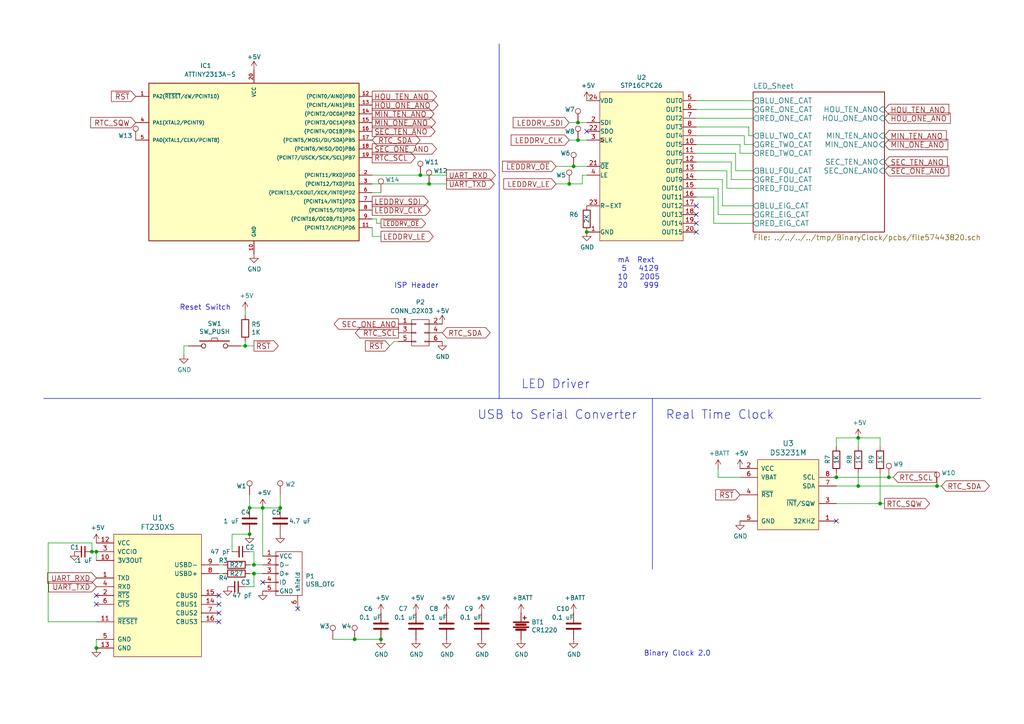
<source format=kicad_sch>
(kicad_sch (version 20230121) (generator eeschema)
  (paper "A4")
  (lib_symbols
    (symbol "BinaryClock-rescue:+5V" (power) (pin_names (offset 0))
      (property "Value" "+5V" (at 0 3.556 0))
      (symbol "+5V_0_1"
        (polyline (pts (xy -0.762 1.27) (xy 0 2.54)))
        (polyline (pts (xy 0 0) (xy 0 2.54)))
        (polyline (pts (xy 0 2.54) (xy 0.762 1.27)))
      )
      (symbol "+5V_1_1"
        (pin power_in line (at 0 0 90) (length 0) hide (name "+5V") (number "1"))
      )
    )
    (symbol "BinaryClock-rescue:+BATT" (power) (pin_names (offset 0))
      (property "Value" "+BATT" (at 0 3.556 0))
      (symbol "+BATT_0_1"
        (polyline (pts (xy -0.762 1.27) (xy 0 2.54)))
        (polyline (pts (xy 0 0) (xy 0 2.54)))
        (polyline (pts (xy 0 2.54) (xy 0.762 1.27)))
      )
      (symbol "+BATT_1_1"
        (pin power_in line (at 0 0 90) (length 0) hide (name "+BATT") (number "1"))
      )
    )
    (symbol "BinaryClock-rescue:ATTINY2313A-S" (pin_names (offset 1.016))
      (property "Reference" "IC" (at -29.21 25.4 0))
      (property "Value" "ATTINY2313A-S" (at 24.13 -22.86 0))
      (property "Footprint" "SO20" (at 0 0 0))
      (symbol "ATTINY2313A-S_0_1"
        (rectangle (start 30.48 -21.59) (end -30.48 24.13) (stroke (width 0.254)) (fill (type background)))
      )
      (symbol "ATTINY2313A-S_1_1"
        (pin input line (at -34.29 20.32 0) (length 3.81) (name "PA2(~{RESET}/dW/PCINT10)") (number "1"))
        (pin power_out line (at 0 -25.4 90) (length 3.81) (name "GND") (number "10"))
        (pin bidirectional line (at 34.29 -17.78 180) (length 3.81) (name "(PCINT17/ICPI)PD6") (number "11"))
        (pin bidirectional line (at 34.29 20.32 180) (length 3.81) (name "(PCINT0/AIN0)PB0") (number "12"))
        (pin bidirectional line (at 34.29 17.78 180) (length 3.81) (name "(PCINT1/AIN1)PB1") (number "13"))
        (pin bidirectional line (at 34.29 15.24 180) (length 3.81) (name "(PCINT2/OC0A)PB2") (number "14"))
        (pin bidirectional line (at 34.29 12.7 180) (length 3.81) (name "(PCINT3/OC1A)PB3") (number "15"))
        (pin bidirectional line (at 34.29 10.16 180) (length 3.81) (name "(PCINT4/OC1B)PB4") (number "16"))
        (pin bidirectional line (at 34.29 7.62 180) (length 3.81) (name "(PCINT5/MOSI/DI/SDA)PB5") (number "17"))
        (pin bidirectional line (at 34.29 5.08 180) (length 3.81) (name "(PCINT6/MISO/DO)PB6") (number "18"))
        (pin bidirectional line (at 34.29 2.54 180) (length 3.81) (name "(PCINT7/USCK/SCK/SCL)PB7") (number "19"))
        (pin bidirectional line (at 34.29 -2.54 180) (length 3.81) (name "(PCINT11/RXD)PD0") (number "2"))
        (pin power_in line (at 0 27.94 270) (length 3.81) (name "VCC") (number "20"))
        (pin bidirectional line (at 34.29 -5.08 180) (length 3.81) (name "(PCINT12/TXD)PD1") (number "3"))
        (pin input line (at -34.29 12.7 0) (length 3.81) (name "PA1(XTAL2/PCINT9)") (number "4"))
        (pin input line (at -34.29 7.62 0) (length 3.81) (name "PA0(XTAL1/CLKI/PCINT8)") (number "5"))
        (pin bidirectional line (at 34.29 -7.62 180) (length 3.81) (name "(PCINT13/CKOUT/XCK/INT0)PD2") (number "6"))
        (pin bidirectional line (at 34.29 -10.16 180) (length 3.81) (name "(PCINT14/INT1)PD3") (number "7"))
        (pin bidirectional line (at 34.29 -12.7 180) (length 3.81) (name "(PCINT15/T0)PD4") (number "8"))
        (pin bidirectional line (at 34.29 -15.24 180) (length 3.81) (name "(PCINT16/OC0B/T1)PD5") (number "9"))
      )
    )
    (symbol "BinaryClock-rescue:Battery" (pin_numbers hide) (pin_names (offset 0))
      (property "Reference" "BT" (at 2.54 1.27 0))
      (property "Value" "Battery" (at 2.54 -1.27 0))
      (symbol "Battery_0_1"
        (rectangle (start -2.286 -0.1778) (end 2.286 -0.4318) (fill (type outline)))
        (rectangle (start -2.286 1.27) (end 2.286 1.016) (fill (type outline)))
        (rectangle (start -1.5748 -0.762) (end 1.4732 -1.27) (fill (type outline)))
        (rectangle (start -1.5748 0.6858) (end 1.4732 0.1778) (fill (type outline)))
        (polyline (pts (xy 0.508 2.413) (xy 1.524 2.413)) (stroke (width 0.254)))
        (polyline (pts (xy 1.016 2.921) (xy 1.016 1.905)) (stroke (width 0.254)))
      )
      (symbol "Battery_1_1"
        (pin passive line (at 0 3.81 270) (length 2.54) (name "~") (number "1"))
        (pin passive line (at 0 -3.81 90) (length 2.54) (name "~") (number "2"))
      )
    )
    (symbol "BinaryClock-rescue:C" (pin_numbers hide) (pin_names (offset 0.254))
      (property "Reference" "C" (at 0.635 2.54 0))
      (property "Value" "C" (at 0.635 -2.54 0))
      (symbol "C_0_1"
        (polyline (pts (xy -2.032 -0.762) (xy 2.032 -0.762)) (stroke (width 0.508)))
        (polyline (pts (xy -2.032 0.762) (xy 2.032 0.762)) (stroke (width 0.508)))
      )
      (symbol "C_1_1"
        (pin passive line (at 0 3.81 270) (length 2.794) (name "~") (number "1"))
        (pin passive line (at 0 -3.81 90) (length 2.794) (name "~") (number "2"))
      )
    )
    (symbol "BinaryClock-rescue:CONN_02X03" (pin_names (offset 0.0254) hide)
      (property "Reference" "P" (at 0 5.08 0))
      (property "Value" "CONN_02X03" (at 0 -5.08 0))
      (symbol "CONN_02X03_0_1"
        (rectangle (start -2.54 -2.413) (end -1.27 -2.667))
        (rectangle (start -2.54 0.127) (end -1.27 -0.127))
        (rectangle (start -2.54 2.667) (end -1.27 2.413))
        (rectangle (start -2.54 3.81) (end 2.54 -3.81))
        (rectangle (start 1.27 -2.413) (end 2.54 -2.667))
        (rectangle (start 1.27 0.127) (end 2.54 -0.127))
        (rectangle (start 1.27 2.667) (end 2.54 2.413))
      )
      (symbol "CONN_02X03_1_1"
        (pin passive line (at -6.35 2.54 0) (length 3.81) (name "P1") (number "1"))
        (pin passive line (at 6.35 2.54 180) (length 3.81) (name "P2") (number "2"))
        (pin passive line (at -6.35 0 0) (length 3.81) (name "P3") (number "3"))
        (pin passive line (at 6.35 0 180) (length 3.81) (name "P4") (number "4"))
        (pin passive line (at -6.35 -2.54 0) (length 3.81) (name "P5") (number "5"))
        (pin passive line (at 6.35 -2.54 180) (length 3.81) (name "P6") (number "6"))
      )
    )
    (symbol "BinaryClock-rescue:C_Small" (pin_numbers hide) (pin_names (offset 0.254) hide)
      (property "Reference" "C" (at 0.254 1.778 0))
      (property "Value" "C_Small" (at 0.254 -2.032 0))
      (symbol "C_Small_0_1"
        (polyline (pts (xy -1.524 -0.508) (xy 1.524 -0.508)) (stroke (width 0.3302)))
        (polyline (pts (xy -1.524 0.508) (xy 1.524 0.508)) (stroke (width 0.3048)))
      )
      (symbol "C_Small_1_1"
        (pin passive line (at 0 2.54 270) (length 1.905) (name "~") (number "1"))
        (pin passive line (at 0 -2.54 90) (length 2.032) (name "~") (number "2"))
      )
    )
    (symbol "BinaryClock-rescue:DS3231M" (pin_names (offset 1.016))
      (property "Reference" "U" (at -3.81 13.97 0))
      (property "Value" "DS3231M" (at 0 11.43 0))
      (symbol "DS3231M_0_1"
        (rectangle (start -8.89 10.16) (end 8.89 -10.16) (fill (type background)))
      )
      (symbol "DS3231M_1_1"
        (pin output line (at 13.97 -7.62 180) (length 5.08) (name "32KHZ") (number "1"))
        (pin input line (at -13.97 7.62 0) (length 5.08) (name "VCC") (number "2"))
        (pin output line (at 13.97 -2.54 180) (length 5.08) (name "~{INT}/SQW") (number "3"))
        (pin input line (at -13.97 0 0) (length 5.08) (name "~{RST}") (number "4"))
        (pin input line (at -13.97 -7.62 0) (length 5.08) (name "GND") (number "5"))
        (pin input line (at -13.97 5.08 0) (length 5.08) (name "VBAT") (number "6"))
        (pin bidirectional line (at 13.97 2.54 180) (length 5.08) (name "SDA") (number "7"))
        (pin input line (at 13.97 5.08 180) (length 5.08) (name "SCL") (number "8"))
      )
    )
    (symbol "BinaryClock-rescue:FT230XS" (pin_names (offset 1.016))
      (property "Reference" "U" (at -3.81 22.86 0))
      (property "Value" "FT230XS" (at 0 20.32 0))
      (symbol "FT230XS_0_1"
        (rectangle (start -12.7 17.78) (end 12.7 -17.78) (fill (type background)))
      )
      (symbol "FT230XS_1_1"
        (pin input line (at -17.78 5.08 0) (length 5.08) (name "TXD") (number "1"))
        (pin input line (at -17.78 10.16 0) (length 5.08) (name "3V3OUT") (number "10"))
        (pin input line (at -17.78 -7.62 0) (length 5.08) (name "~{RESET}") (number "11"))
        (pin input line (at -17.78 15.24 0) (length 5.08) (name "VCC") (number "12"))
        (pin input line (at -17.78 -15.24 0) (length 5.08) (name "GND") (number "13"))
        (pin output line (at 17.78 -2.54 180) (length 5.08) (name "CBUS1") (number "14"))
        (pin output line (at 17.78 0 180) (length 5.08) (name "CBUS0") (number "15"))
        (pin output line (at 17.78 -7.62 180) (length 5.08) (name "CBUS3") (number "16"))
        (pin input line (at -17.78 0 0) (length 5.08) (name "~{RTS}") (number "2"))
        (pin input line (at -17.78 12.7 0) (length 5.08) (name "VCCIO") (number "3"))
        (pin input line (at -17.78 2.54 0) (length 5.08) (name "RXD") (number "4"))
        (pin input line (at -17.78 -12.7 0) (length 5.08) (name "GND") (number "5"))
        (pin input line (at -17.78 -2.54 0) (length 5.08) (name "~{CTS}") (number "6"))
        (pin output line (at 17.78 -5.08 180) (length 5.08) (name "CBUS2") (number "7"))
        (pin output line (at 17.78 6.35 180) (length 5.08) (name "USBD+") (number "8"))
        (pin output line (at 17.78 8.89 180) (length 5.08) (name "USBD-") (number "9"))
      )
    )
    (symbol "BinaryClock-rescue:GND" (power) (pin_names (offset 0))
      (property "Value" "GND" (at 0 -3.81 0))
      (symbol "GND_0_1"
        (polyline (pts (xy 0 0) (xy 0 -1.27) (xy 1.27 -1.27) (xy 0 -2.54) (xy -1.27 -1.27) (xy 0 -1.27)))
      )
      (symbol "GND_1_1"
        (pin power_in line (at 0 0 270) (length 0) hide (name "GND") (number "1"))
      )
    )
    (symbol "BinaryClock-rescue:R" (pin_numbers hide) (pin_names (offset 0))
      (property "Reference" "R" (at 2.032 0 90))
      (property "Value" "R" (at 0 0 90))
      (symbol "R_0_1"
        (rectangle (start -1.016 -2.54) (end 1.016 2.54) (stroke (width 0.254)))
      )
      (symbol "R_1_1"
        (pin passive line (at 0 3.81 270) (length 1.27) (name "~") (number "1"))
        (pin passive line (at 0 -3.81 90) (length 1.27) (name "~") (number "2"))
      )
    )
    (symbol "BinaryClock-rescue:STP16CPC26" (pin_names (offset 0.0254))
      (property "Reference" "U" (at -8.89 29.21 0))
      (property "Value" "STP16CPC26" (at 0 26.67 0))
      (symbol "STP16CPC26_0_1"
        (rectangle (start -12.7 25.4) (end 11.43 -17.78) (fill (type background)))
      )
      (symbol "STP16CPC26_1_1"
        (pin input line (at -16.51 -15.24 0) (length 3.81) (name "GND") (number "1"))
        (pin output line (at 15.24 10.16 180) (length 3.81) (name "OUT5") (number "10"))
        (pin output line (at 15.24 7.62 180) (length 3.81) (name "OUT6") (number "11"))
        (pin output line (at 15.24 5.08 180) (length 3.81) (name "OUT7") (number "12"))
        (pin output line (at 15.24 2.54 180) (length 3.81) (name "OUT8") (number "13"))
        (pin output line (at 15.24 0 180) (length 3.81) (name "OUT9") (number "14"))
        (pin output line (at 15.24 -2.54 180) (length 3.81) (name "OUT10") (number "15"))
        (pin output line (at 15.24 -5.08 180) (length 3.81) (name "OUT11") (number "16"))
        (pin output line (at 15.24 -7.62 180) (length 3.81) (name "OUT12") (number "17"))
        (pin output line (at 15.24 -10.16 180) (length 3.81) (name "OUT13") (number "18"))
        (pin output line (at 15.24 -12.7 180) (length 3.81) (name "OUT14") (number "19"))
        (pin input line (at -16.51 16.51 0) (length 3.81) (name "SDI") (number "2"))
        (pin output line (at 15.24 -15.24 180) (length 3.81) (name "OUT15") (number "20"))
        (pin input line (at -16.51 3.81 0) (length 3.81) (name "~{OE}") (number "21"))
        (pin output line (at -16.51 13.97 0) (length 3.81) (name "SDO") (number "22"))
        (pin input line (at -16.51 -7.62 0) (length 3.81) (name "R-EXT") (number "23"))
        (pin input line (at -16.51 22.86 0) (length 3.81) (name "VDD") (number "24"))
        (pin input clock (at -16.51 11.43 0) (length 3.81) (name "CLK") (number "3"))
        (pin input line (at -16.51 1.27 0) (length 3.81) (name "LE") (number "4"))
        (pin output line (at 15.24 22.86 180) (length 3.81) (name "OUT0") (number "5"))
        (pin output line (at 15.24 20.32 180) (length 3.81) (name "OUT1") (number "6"))
        (pin output line (at 15.24 17.78 180) (length 3.81) (name "OUT2") (number "7"))
        (pin output line (at 15.24 15.24 180) (length 3.81) (name "OUT3") (number "8"))
        (pin output line (at 15.24 12.7 180) (length 3.81) (name "OUT4") (number "9"))
      )
    )
    (symbol "BinaryClock-rescue:SW_PUSH" (pin_numbers hide) (pin_names (offset 1.016) hide)
      (property "Reference" "SW" (at 3.81 2.794 0))
      (property "Value" "SW_PUSH" (at 0 -2.032 0))
      (symbol "SW_PUSH_0_1"
        (rectangle (start -4.318 1.27) (end 4.318 1.524))
        (polyline (pts (xy -1.016 1.524) (xy -0.762 2.286) (xy 0.762 2.286) (xy 1.016 1.524)))
        (pin passive inverted (at -7.62 0 0) (length 5.08) (name "1") (number "1"))
        (pin passive inverted (at 7.62 0 180) (length 5.08) (name "2") (number "2"))
      )
    )
    (symbol "BinaryClock-rescue:TEST_1P" (pin_numbers hide) (pin_names (offset 0.762) hide)
      (property "Reference" "W" (at 0 6.858 0))
      (property "Value" "TEST_1P" (at 0 5.08 0))
      (symbol "TEST_1P_0_1"
        (circle (center 0 3.302) (radius 0.762))
      )
      (symbol "TEST_1P_1_1"
        (pin passive line (at 0 0 90) (length 2.54) (name "1") (number "1"))
      )
    )
    (symbol "BinaryClock-rescue:USB_OTG" (pin_names (offset 1.016))
      (property "Reference" "P" (at 8.255 -3.175 0))
      (property "Value" "USB_OTG" (at 0 5.08 0))
      (symbol "USB_OTG_0_1"
        (rectangle (start -6.35 -3.81) (end 6.35 3.81))
        (rectangle (start -5.207 -3.81) (end -4.953 -3.048))
        (rectangle (start -2.667 -3.81) (end -2.413 -3.048))
        (rectangle (start -0.127 -3.81) (end 0.127 -3.048))
        (rectangle (start 2.413 -3.81) (end 2.667 -3.048))
        (rectangle (start 4.953 -3.81) (end 5.207 -3.048))
      )
      (symbol "USB_OTG_1_1"
        (pin power_out line (at -5.08 -7.62 90) (length 3.81) (name "VCC") (number "1"))
        (pin passive line (at -2.54 -7.62 90) (length 3.81) (name "D-") (number "2"))
        (pin passive line (at 0 -7.62 90) (length 3.81) (name "D+") (number "3"))
        (pin power_in line (at 2.54 -7.62 90) (length 3.81) (name "ID") (number "4"))
        (pin power_in line (at 5.08 -7.62 90) (length 3.81) (name "GND") (number "5"))
        (pin passive line (at 10.16 2.54 180) (length 3.81) (name "shield") (number "6"))
      )
    )
  )
  (junction (at 121.92 50.8))
  (junction (at 27.94 187.96))
  (junction (at 255.27 146.05))
  (junction (at 165.1 53.34))
  (junction (at 27.94 160.02))
  (junction (at 73.66 163.83))
  (junction (at 248.92 127))
  (junction (at 257.81 138.43))
  (junction (at 72.39 154.94))
  (junction (at 271.78 140.97))
  (junction (at 167.64 40.64))
  (junction (at 242.57 138.43))
  (junction (at 170.18 67.31))
  (junction (at 26.67 160.02))
  (junction (at 167.64 35.56))
  (junction (at 110.49 185.42))
  (junction (at 73.66 166.37))
  (junction (at 72.39 147.32))
  (junction (at 71.12 100.33))
  (junction (at 124.46 53.34))
  (junction (at 248.92 140.97))
  (junction (at 81.28 147.32))
  (junction (at 76.2 147.32))
  (junction (at 102.87 185.42))
  (junction (at 166.37 48.26))
  (no_connect (at 63.5 177.8))
  (no_connect (at 86.36 176.53))
  (no_connect (at 201.93 64.77))
  (no_connect (at 76.2 168.91))
  (no_connect (at 27.94 175.26))
  (no_connect (at 63.5 175.26))
  (no_connect (at 201.93 67.31))
  (no_connect (at 27.94 172.72))
  (no_connect (at 63.5 172.72))
  (no_connect (at 63.5 180.34))
  (no_connect (at 201.93 62.23))
  (no_connect (at 242.57 151.13))
  (no_connect (at 170.18 38.1))
  (no_connect (at 201.93 59.69))
  (wire (pts (xy 165.1 40.64) (xy 167.64 40.64)))
  (wire (pts (xy 215.9 39.37) (xy 201.93 39.37)))
  (wire (pts (xy 242.57 129.54) (xy 242.57 127)))
  (wire (pts (xy 208.28 138.43) (xy 208.28 135.89)))
  (wire (pts (xy 73.66 160.02) (xy 73.66 163.83)))
  (wire (pts (xy 73.66 170.18) (xy 71.12 170.18)))
  (wire (pts (xy 72.39 160.02) (xy 73.66 160.02)))
  (wire (pts (xy 109.22 64.77) (xy 110.49 64.77)))
  (wire (pts (xy 214.63 44.45) (xy 218.44 44.45)))
  (wire (pts (xy 255.27 146.05) (xy 256.54 146.05)))
  (wire (pts (xy 166.37 48.26) (xy 170.18 48.26)))
  (wire (pts (xy 255.27 127) (xy 255.27 129.54)))
  (wire (pts (xy 248.92 140.97) (xy 271.78 140.97)))
  (wire (pts (xy 218.44 34.29) (xy 201.93 34.29)))
  (wire (pts (xy 218.44 41.91) (xy 215.9 41.91)))
  (wire (pts (xy 167.64 40.64) (xy 170.18 40.64)))
  (wire (pts (xy 72.39 166.37) (xy 73.66 166.37)))
  (wire (pts (xy 71.12 90.17) (xy 71.12 91.44)))
  (wire (pts (xy 165.1 35.56) (xy 167.64 35.56)))
  (polyline (pts (xy 12.7 115.57) (xy 284.48 115.57)))
  (wire (pts (xy 107.95 66.04) (xy 107.95 68.58)))
  (wire (pts (xy 201.93 41.91) (xy 214.63 41.91)))
  (wire (pts (xy 27.94 180.34) (xy 13.97 180.34)))
  (wire (pts (xy 255.27 137.16) (xy 255.27 146.05)))
  (wire (pts (xy 72.39 147.32) (xy 76.2 147.32)))
  (wire (pts (xy 72.39 147.32) (xy 72.39 143.51)))
  (wire (pts (xy 165.1 53.34) (xy 168.91 53.34)))
  (wire (pts (xy 27.94 160.02) (xy 27.94 162.56)))
  (wire (pts (xy 213.36 44.45) (xy 201.93 44.45)))
  (wire (pts (xy 248.92 127) (xy 248.92 129.54)))
  (wire (pts (xy 69.85 100.33) (xy 71.12 100.33)))
  (wire (pts (xy 73.66 163.83) (xy 76.2 163.83)))
  (wire (pts (xy 208.28 62.23) (xy 208.28 54.61)))
  (wire (pts (xy 209.55 59.69) (xy 209.55 52.07)))
  (wire (pts (xy 107.95 55.88) (xy 110.49 55.88)))
  (wire (pts (xy 207.01 64.77) (xy 207.01 57.15)))
  (wire (pts (xy 248.92 127) (xy 255.27 127)))
  (wire (pts (xy 242.57 138.43) (xy 242.57 137.16)))
  (wire (pts (xy 212.09 46.99) (xy 201.93 46.99)))
  (wire (pts (xy 218.44 49.53) (xy 213.36 49.53)))
  (wire (pts (xy 210.82 54.61) (xy 210.82 49.53)))
  (wire (pts (xy 215.9 41.91) (xy 215.9 39.37)))
  (wire (pts (xy 71.12 100.33) (xy 73.66 100.33)))
  (wire (pts (xy 73.66 166.37) (xy 73.66 170.18)))
  (wire (pts (xy 71.12 99.06) (xy 71.12 100.33)))
  (wire (pts (xy 107.95 50.8) (xy 121.92 50.8)))
  (polyline (pts (xy 189.23 165.1) (xy 189.23 115.57)))
  (wire (pts (xy 207.01 57.15) (xy 201.93 57.15)))
  (wire (pts (xy 76.2 161.29) (xy 76.2 147.32)))
  (wire (pts (xy 257.81 138.43) (xy 259.08 138.43)))
  (wire (pts (xy 102.87 185.42) (xy 110.49 185.42)))
  (wire (pts (xy 96.52 185.42) (xy 102.87 185.42)))
  (wire (pts (xy 27.94 160.02) (xy 26.67 160.02)))
  (wire (pts (xy 109.22 63.5) (xy 109.22 64.77)))
  (wire (pts (xy 242.57 146.05) (xy 255.27 146.05)))
  (wire (pts (xy 72.39 163.83) (xy 73.66 163.83)))
  (wire (pts (xy 212.09 52.07) (xy 212.09 46.99)))
  (wire (pts (xy 67.31 160.02) (xy 67.31 154.94)))
  (wire (pts (xy 107.95 68.58) (xy 110.49 68.58)))
  (wire (pts (xy 168.91 53.34) (xy 168.91 50.8)))
  (wire (pts (xy 81.28 147.32) (xy 81.28 143.51)))
  (wire (pts (xy 107.95 53.34) (xy 124.46 53.34)))
  (wire (pts (xy 201.93 31.75) (xy 218.44 31.75)))
  (wire (pts (xy 218.44 64.77) (xy 207.01 64.77)))
  (wire (pts (xy 121.92 50.8) (xy 129.54 50.8)))
  (wire (pts (xy 113.03 100.33) (xy 114.3 99.06)))
  (wire (pts (xy 167.64 35.56) (xy 170.18 35.56)))
  (wire (pts (xy 218.44 62.23) (xy 208.28 62.23)))
  (wire (pts (xy 26.67 157.48) (xy 26.67 160.02)))
  (wire (pts (xy 242.57 127) (xy 248.92 127)))
  (wire (pts (xy 214.63 41.91) (xy 214.63 44.45)))
  (wire (pts (xy 209.55 52.07) (xy 201.93 52.07)))
  (wire (pts (xy 217.17 36.83) (xy 217.17 39.37)))
  (wire (pts (xy 63.5 163.83) (xy 64.77 163.83)))
  (wire (pts (xy 168.91 50.8) (xy 170.18 50.8)))
  (wire (pts (xy 218.44 59.69) (xy 209.55 59.69)))
  (wire (pts (xy 218.44 29.21) (xy 201.93 29.21)))
  (wire (pts (xy 218.44 52.07) (xy 212.09 52.07)))
  (wire (pts (xy 67.31 154.94) (xy 72.39 154.94)))
  (wire (pts (xy 161.29 48.26) (xy 166.37 48.26)))
  (wire (pts (xy 248.92 140.97) (xy 248.92 137.16)))
  (wire (pts (xy 64.77 166.37) (xy 63.5 166.37)))
  (wire (pts (xy 161.29 53.34) (xy 165.1 53.34)))
  (wire (pts (xy 13.97 157.48) (xy 26.67 157.48)))
  (wire (pts (xy 201.93 36.83) (xy 217.17 36.83)))
  (wire (pts (xy 218.44 54.61) (xy 210.82 54.61)))
  (wire (pts (xy 53.34 100.33) (xy 54.61 100.33)))
  (polyline (pts (xy 144.78 12.7) (xy 144.78 115.57)))
  (wire (pts (xy 76.2 147.32) (xy 81.28 147.32)))
  (wire (pts (xy 13.97 180.34) (xy 13.97 157.48)))
  (wire (pts (xy 27.94 185.42) (xy 27.94 187.96)))
  (wire (pts (xy 114.3 99.06) (xy 115.57 99.06)))
  (wire (pts (xy 73.66 166.37) (xy 76.2 166.37)))
  (wire (pts (xy 124.46 53.34) (xy 129.54 53.34)))
  (wire (pts (xy 213.36 49.53) (xy 213.36 44.45)))
  (wire (pts (xy 242.57 140.97) (xy 248.92 140.97)))
  (wire (pts (xy 53.34 102.87) (xy 53.34 100.33)))
  (wire (pts (xy 214.63 138.43) (xy 208.28 138.43)))
  (wire (pts (xy 242.57 138.43) (xy 257.81 138.43)))
  (wire (pts (xy 210.82 49.53) (xy 201.93 49.53)))
  (wire (pts (xy 208.28 54.61) (xy 201.93 54.61)))
  (wire (pts (xy 107.95 63.5) (xy 109.22 63.5)))
  (wire (pts (xy 217.17 39.37) (xy 218.44 39.37)))
  (wire (pts (xy 271.78 140.97) (xy 273.05 140.97)))
  (text "Binary Clock 2.0\n" (at 186.69 190.5 0) (effects (font (size 1.524 1.524)) (justify left bottom)))
  (text "LED Driver" (at 151.13 113.03 0) (effects (font (size 2.54 2.54)) (justify left bottom)))
  (text "mA  Rext\n 5   4129\n10   2005\n20    999" (at 179.07 83.82 0) (effects (font (size 1.524 1.524)) (justify left bottom)))
  (text "Real Time Clock" (at 193.04 121.92 0) (effects (font (size 2.54 2.54)) (justify left bottom)))
  (text "USB to Serial Converter" (at 138.43 121.92 0) (effects (font (size 2.54 2.54)) (justify left bottom)))
  (text "ISP Header" (at 114.3 83.82 0) (effects (font (size 1.524 1.524)) (justify left bottom)))
  (text "Reset Switch" (at 52.07 90.17 0) (effects (font (size 1.524 1.524)) (justify left bottom)))
  (global_label "MIN_ONE_ANO" (shape input) (at 256.54 41.91 0) (effects (font (size 1.524 1.524))) (property "Intersheetrefs" "${INTERSHEET_REFS}" (effects hide)))
  (global_label "MIN_ONE_ANO" (shape output) (at 107.95 35.56 0) (effects (font (size 1.524 1.524))) (property "Intersheetrefs" "${INTERSHEET_REFS}" (effects hide)))
  (global_label "SEC_TEN_ANO" (shape output) (at 107.95 38.1 0) (effects (font (size 1.524 1.524))) (property "Intersheetrefs" "${INTERSHEET_REFS}" (effects hide)))
  (global_label "MIN_TEN_ANO" (shape output) (at 107.95 33.02 0) (effects (font (size 1.524 1.524))) (property "Intersheetrefs" "${INTERSHEET_REFS}" (effects hide)))
  (global_label "~{RST}" (shape input) (at 214.63 143.51 180) (effects (font (size 1.524 1.524))) (property "Intersheetrefs" "${INTERSHEET_REFS}" (effects hide)))
  (global_label "UART_RXD" (shape input) (at 27.94 167.64 180) (effects (font (size 1.524 1.524))) (property "Intersheetrefs" "${INTERSHEET_REFS}" (effects hide)))
  (global_label "~{LEDDRV_OE}" (shape output) (at 110.49 64.77 0) (property "Intersheetrefs" "${INTERSHEET_REFS}" (effects hide)))
  (global_label "LEDDRV_CLK" (shape input) (at 165.1 40.64 180) (effects (font (size 1.524 1.524))) (property "Intersheetrefs" "${INTERSHEET_REFS}" (effects hide)))
  (global_label "~{RST}" (shape input) (at 113.03 100.33 180) (effects (font (size 1.524 1.524))) (property "Intersheetrefs" "${INTERSHEET_REFS}" (effects hide)))
  (global_label "LEDDRV_CLK" (shape output) (at 107.95 60.96 0) (effects (font (size 1.524 1.524))) (property "Intersheetrefs" "${INTERSHEET_REFS}" (effects hide)))
  (global_label "RTC_SQW" (shape output) (at 256.54 146.05 0) (effects (font (size 1.524 1.524))) (property "Intersheetrefs" "${INTERSHEET_REFS}" (effects hide)))
  (global_label "HOU_ONE_ANO" (shape output) (at 107.95 30.48 0) (effects (font (size 1.524 1.524))) (property "Intersheetrefs" "${INTERSHEET_REFS}" (effects hide)))
  (global_label "HOU_TEN_ANO" (shape input) (at 256.54 31.75 0) (effects (font (size 1.524 1.524))) (property "Intersheetrefs" "${INTERSHEET_REFS}" (effects hide)))
  (global_label "LEDDRV_LE" (shape input) (at 161.29 53.34 180) (effects (font (size 1.524 1.524))) (property "Intersheetrefs" "${INTERSHEET_REFS}" (effects hide)))
  (global_label "HOU_ONE_ANO" (shape input) (at 256.54 34.29 0) (effects (font (size 1.524 1.524))) (property "Intersheetrefs" "${INTERSHEET_REFS}" (effects hide)))
  (global_label "SEC_ONE_ANO" (shape output) (at 107.95 43.18 0) (effects (font (size 1.524 1.524))) (property "Intersheetrefs" "${INTERSHEET_REFS}" (effects hide)))
  (global_label "RTC_SDA" (shape bidirectional) (at 107.95 40.64 0) (effects (font (size 1.524 1.524))) (property "Intersheetrefs" "${INTERSHEET_REFS}" (effects hide)))
  (global_label "~{RST}" (shape output) (at 73.66 100.33 0) (effects (font (size 1.524 1.524))) (property "Intersheetrefs" "${INTERSHEET_REFS}" (effects hide)))
  (global_label "SEC_ONE_ANO" (shape input) (at 256.54 49.53 0) (effects (font (size 1.524 1.524))) (property "Intersheetrefs" "${INTERSHEET_REFS}" (effects hide)))
  (global_label "UART_TXD" (shape output) (at 129.54 53.34 0) (effects (font (size 1.524 1.524))) (property "Intersheetrefs" "${INTERSHEET_REFS}" (effects hide)))
  (global_label "~{RST}" (shape input) (at 39.37 27.94 180) (effects (font (size 1.524 1.524))) (property "Intersheetrefs" "${INTERSHEET_REFS}" (effects hide)))
  (global_label "HOU_TEN_ANO" (shape output) (at 107.95 27.94 0) (effects (font (size 1.524 1.524))) (property "Intersheetrefs" "${INTERSHEET_REFS}" (effects hide)))
  (global_label "RTC_SCL" (shape output) (at 115.57 96.52 180) (effects (font (size 1.524 1.524))) (property "Intersheetrefs" "${INTERSHEET_REFS}" (effects hide)))
  (global_label "RTC_SCL" (shape output) (at 107.95 45.72 0) (effects (font (size 1.524 1.524))) (property "Intersheetrefs" "${INTERSHEET_REFS}" (effects hide)))
  (global_label "LEDDRV_LE" (shape output) (at 110.49 68.58 0) (effects (font (size 1.524 1.524))) (property "Intersheetrefs" "${INTERSHEET_REFS}" (effects hide)))
  (global_label "RTC_SCL" (shape input) (at 259.08 138.43 0) (effects (font (size 1.524 1.524))) (property "Intersheetrefs" "${INTERSHEET_REFS}" (effects hide)))
  (global_label "RTC_SQW" (shape input) (at 39.37 35.56 180) (effects (font (size 1.524 1.524))) (property "Intersheetrefs" "${INTERSHEET_REFS}" (effects hide)))
  (global_label "SEC_TEN_ANO" (shape input) (at 256.54 46.99 0) (effects (font (size 1.524 1.524))) (property "Intersheetrefs" "${INTERSHEET_REFS}" (effects hide)))
  (global_label "LEDDRV_SDI" (shape input) (at 165.1 35.56 180) (effects (font (size 1.524 1.524))) (property "Intersheetrefs" "${INTERSHEET_REFS}" (effects hide)))
  (global_label "RTC_SDA" (shape bidirectional) (at 128.27 96.52 0) (effects (font (size 1.524 1.524))) (property "Intersheetrefs" "${INTERSHEET_REFS}" (effects hide)))
  (global_label "UART_TXD" (shape input) (at 27.94 170.18 180) (effects (font (size 1.524 1.524))) (property "Intersheetrefs" "${INTERSHEET_REFS}" (effects hide)))
  (global_label "~{LEDDRV_OE}" (shape input) (at 161.29 48.26 180) (effects (font (size 1.524 1.524))) (property "Intersheetrefs" "${INTERSHEET_REFS}" (effects hide)))
  (global_label "LEDDRV_SDI" (shape output) (at 107.95 58.42 0) (effects (font (size 1.524 1.524))) (property "Intersheetrefs" "${INTERSHEET_REFS}" (effects hide)))
  (global_label "RTC_SDA" (shape bidirectional) (at 273.05 140.97 0) (effects (font (size 1.524 1.524))) (property "Intersheetrefs" "${INTERSHEET_REFS}" (effects hide)))
  (global_label "UART_RXD" (shape output) (at 129.54 50.8 0) (effects (font (size 1.524 1.524))) (property "Intersheetrefs" "${INTERSHEET_REFS}" (effects hide)))
  (global_label "MIN_TEN_ANO" (shape input) (at 256.54 39.37 0) (effects (font (size 1.524 1.524))) (property "Intersheetrefs" "${INTERSHEET_REFS}" (effects hide)))
  (global_label "SEC_ONE_ANO" (shape output) (at 115.57 93.98 180) (effects (font (size 1.524 1.524))) (property "Intersheetrefs" "${INTERSHEET_REFS}" (effects hide)))
  (symbol (lib_id "BinaryClock-rescue:GND") (at 73.66 73.66 0) (unit 1)
    (property "Reference" "#PWR9" (effects hide))
    (property "Value" "GND" (at 73.787 78.0542 0))
  )
  (symbol (lib_id "BinaryClock-rescue:STP16CPC26") (at 186.69 52.07 0) (unit 1)
    (property "Reference" "U2" (at 186.055 22.479 0))
    (property "Value" "STP16CPC26" (at 186.055 24.7904 0))
    (property "Footprint" "Housings_SOIC:SOIC-24_7.5x15.4mm_Pitch1.27mm" (effects hide))
  )
  (symbol (lib_id "BinaryClock-rescue:FT230XS") (at 45.72 172.72 0) (unit 1)
    (property "Reference" "U1" (at 45.72 150.1902 0) (effects (font (size 1.524 1.524))))
    (property "Value" "FT230XS" (at 45.72 152.8826 0) (effects (font (size 1.524 1.524))))
    (property "Footprint" "Housings_SSOP:SSOP-16_3.9x4.9mm_Pitch0.635mm" (effects hide))
  )
  (symbol (lib_id "BinaryClock-rescue:+5V") (at 27.94 157.48 0) (unit 1)
    (property "Reference" "#PWR2" (effects hide))
    (property "Value" "+5V" (at 28.321 153.0858 0))
  )
  (symbol (lib_id "BinaryClock-rescue:GND") (at 27.94 187.96 0) (unit 1)
    (property "Reference" "#PWR3" (effects hide))
    (property "Value" "GND" (effects hide))
  )
  (symbol (lib_id "BinaryClock-rescue:R") (at 68.58 163.83 270) (unit 1)
    (property "Reference" "R3" (at 64.77 162.56 90))
    (property "Value" "R27" (at 68.58 163.83 90))
    (property "Footprint" "Resistors_SMD:R_0805" (effects hide))
  )
  (symbol (lib_id "BinaryClock-rescue:R") (at 68.58 166.37 270) (unit 1)
    (property "Reference" "R4" (at 64.77 167.64 90))
    (property "Value" "R27" (at 68.58 166.37 90))
    (property "Footprint" "Resistors_SMD:R_0805" (effects hide))
  )
  (symbol (lib_id "BinaryClock-rescue:+5V") (at 170.18 29.21 0) (unit 1)
    (property "Reference" "#PWR27" (effects hide))
    (property "Value" "+5V" (at 170.561 24.8158 0))
  )
  (symbol (lib_id "BinaryClock-rescue:GND") (at 170.18 67.31 0) (unit 1)
    (property "Reference" "#PWR28" (effects hide))
    (property "Value" "GND" (at 170.307 71.7042 0))
  )
  (symbol (lib_id "BinaryClock-rescue:R") (at 170.18 63.5 0) (unit 1)
    (property "Reference" "R6" (at 165.1 62.23 0) (effects (justify left)))
    (property "Value" "2K" (at 170.18 64.77 90) (effects (justify left)))
    (property "Footprint" "Resistors_SMD:R_0805" (effects hide))
  )
  (symbol (lib_id "BinaryClock-rescue:C") (at 129.54 181.61 0) (unit 1)
    (property "Reference" "C8" (at 124.46 176.53 0) (effects (justify left)))
    (property "Value" "0.1 uF" (at 123.19 179.07 0) (effects (justify left)))
    (property "Footprint" "Resistors_SMD:R_0805" (effects hide))
  )
  (symbol (lib_id "BinaryClock-rescue:C") (at 139.7 181.61 0) (unit 1)
    (property "Reference" "C9" (at 134.62 176.53 0) (effects (justify left)))
    (property "Value" "0.1 uF" (at 133.35 179.07 0) (effects (justify left)))
    (property "Footprint" "Resistors_SMD:R_0805" (effects hide))
  )
  (symbol (lib_id "BinaryClock-rescue:GND") (at 129.54 185.42 0) (unit 1)
    (property "Reference" "#PWR20" (effects hide))
    (property "Value" "GND" (at 129.667 189.8142 0))
  )
  (symbol (lib_id "BinaryClock-rescue:GND") (at 139.7 185.42 0) (unit 1)
    (property "Reference" "#PWR22" (effects hide))
    (property "Value" "GND" (at 139.827 189.8142 0))
  )
  (symbol (lib_id "BinaryClock-rescue:+5V") (at 129.54 177.8 0) (unit 1)
    (property "Reference" "#PWR19" (effects hide))
    (property "Value" "+5V" (at 129.921 173.4058 0))
  )
  (symbol (lib_id "BinaryClock-rescue:+5V") (at 139.7 177.8 0) (unit 1)
    (property "Reference" "#PWR21" (effects hide))
    (property "Value" "+5V" (at 140.081 173.4058 0))
  )
  (symbol (lib_id "BinaryClock-rescue:DS3231M") (at 228.6 143.51 0) (unit 1)
    (property "Reference" "U3" (at 228.6 128.6002 0) (effects (font (size 1.524 1.524))))
    (property "Value" "DS3231M" (at 228.6 131.2926 0) (effects (font (size 1.524 1.524))))
    (property "Footprint" "Housings_SOIC:SOIC-8_3.9x4.9mm_Pitch1.27mm" (effects hide))
  )
  (symbol (lib_id "BinaryClock-rescue:+5V") (at 214.63 135.89 0) (unit 1)
    (property "Reference" "#PWR30" (effects hide))
    (property "Value" "+5V" (at 215.011 131.4958 0))
  )
  (symbol (lib_id "BinaryClock-rescue:GND") (at 214.63 151.13 0) (unit 1)
    (property "Reference" "#PWR31" (effects hide))
    (property "Value" "GND" (at 214.757 155.5242 0))
  )
  (symbol (lib_id "BinaryClock-rescue:R") (at 242.57 133.35 0) (unit 1)
    (property "Reference" "R7" (at 240.03 134.62 90) (effects (justify left)))
    (property "Value" "1K" (at 242.57 134.62 90) (effects (justify left)))
    (property "Footprint" "Resistors_SMD:R_0805" (effects hide))
  )
  (symbol (lib_id "BinaryClock-rescue:R") (at 248.92 133.35 0) (unit 1)
    (property "Reference" "R8" (at 246.38 134.62 90) (effects (justify left)))
    (property "Value" "1K" (at 248.92 134.62 90) (effects (justify left)))
    (property "Footprint" "Resistors_SMD:R_0805" (effects hide))
  )
  (symbol (lib_id "BinaryClock-rescue:+5V") (at 248.92 127 0) (unit 1)
    (property "Reference" "#PWR32" (effects hide))
    (property "Value" "+5V" (at 249.301 122.6058 0))
  )
  (symbol (lib_id "BinaryClock-rescue:USB_OTG") (at 83.82 166.37 270) (unit 1)
    (property "Reference" "P1" (at 88.5952 167.132 90) (effects (justify left)))
    (property "Value" "USB_OTG" (at 88.5952 169.4434 90) (effects (justify left)))
    (property "Footprint" "TylerCustom:2013499-1" (effects hide))
  )
  (symbol (lib_id "BinaryClock-rescue:+5V") (at 76.2 147.32 0) (unit 1)
    (property "Reference" "#PWR10" (effects hide))
    (property "Value" "+5V" (at 76.581 142.9258 0))
  )
  (symbol (lib_id "BinaryClock-rescue:GND") (at 76.2 171.45 0) (unit 1)
    (property "Reference" "#PWR11" (effects hide))
    (property "Value" "GND" (effects hide))
  )
  (symbol (lib_id "BinaryClock-rescue:Battery") (at 151.13 181.61 0) (unit 1)
    (property "Reference" "BT1" (at 154.1272 180.4416 0) (effects (justify left)))
    (property "Value" "CR1220" (at 154.1272 182.753 0) (effects (justify left)))
    (property "Footprint" "TylerCustom:S8201-46R" (effects hide))
  )
  (symbol (lib_id "BinaryClock-rescue:R") (at 255.27 133.35 0) (unit 1)
    (property "Reference" "R9" (at 252.73 134.62 90) (effects (justify left)))
    (property "Value" "1K" (at 255.27 134.62 90) (effects (justify left)))
    (property "Footprint" "Resistors_SMD:R_0805" (effects hide))
  )
  (symbol (lib_id "BinaryClock-rescue:+BATT") (at 151.13 177.8 0) (unit 1)
    (property "Reference" "#PWR23" (effects hide))
    (property "Value" "+BATT" (at 151.511 173.4058 0))
  )
  (symbol (lib_id "BinaryClock-rescue:GND") (at 151.13 185.42 0) (unit 1)
    (property "Reference" "#PWR24" (effects hide))
    (property "Value" "GND" (at 151.257 189.8142 0))
  )
  (symbol (lib_id "BinaryClock-rescue:ATTINY2313A-S") (at 73.66 48.26 0) (unit 1)
    (property "Reference" "IC1" (at 59.69 19.05 0))
    (property "Value" "ATTINY2313A-S" (at 60.96 21.59 0))
    (property "Footprint" "Housings_SOIC:SOIC-20_7.5x12.8mm_Pitch1.27mm" (effects hide))
  )
  (symbol (lib_id "BinaryClock-rescue:+BATT") (at 208.28 135.89 0) (unit 1)
    (property "Reference" "#PWR29" (effects hide))
    (property "Value" "+BATT" (at 208.661 131.4958 0))
  )
  (symbol (lib_id "BinaryClock-rescue:SW_PUSH") (at 62.23 100.33 0) (unit 1)
    (property "Reference" "SW1" (at 62.23 93.853 0))
    (property "Value" "SW_PUSH" (at 62.23 96.1644 0))
    (property "Footprint" "Buttons_Switches_SMD:SW_SPST_PTS645" (effects hide))
  )
  (symbol (lib_id "BinaryClock-rescue:+5V") (at 71.12 90.17 0) (unit 1)
    (property "Reference" "#PWR6" (effects hide))
    (property "Value" "+5V" (at 71.501 85.7758 0))
  )
  (symbol (lib_id "BinaryClock-rescue:GND") (at 53.34 102.87 0) (unit 1)
    (property "Reference" "#PWR4" (effects hide))
    (property "Value" "GND" (at 53.467 107.2642 0))
  )
  (symbol (lib_id "BinaryClock-rescue:R") (at 71.12 95.25 0) (unit 1)
    (property "Reference" "R5" (at 72.898 94.0816 0) (effects (justify left)))
    (property "Value" "1K" (at 72.898 96.393 0) (effects (justify left)))
    (property "Footprint" "Resistors_SMD:R_0805" (effects hide))
  )
  (symbol (lib_id "BinaryClock-rescue:GND") (at 81.28 154.94 0) (unit 1)
    (property "Reference" "#PWR12" (effects hide))
    (property "Value" "GND" (effects hide))
  )
  (symbol (lib_id "BinaryClock-rescue:C") (at 72.39 151.13 0) (unit 1)
    (property "Reference" "C4" (at 69.85 148.59 0) (effects (justify left)))
    (property "Value" "1 uF" (at 64.77 151.13 0) (effects (justify left)))
    (property "Footprint" "Resistors_SMD:R_0805" (effects hide))
  )
  (symbol (lib_id "BinaryClock-rescue:GND") (at 72.39 154.94 0) (unit 1)
    (property "Reference" "#PWR7" (effects hide))
    (property "Value" "GND" (effects hide))
  )
  (symbol (lib_id "BinaryClock-rescue:+BATT") (at 166.37 177.8 0) (unit 1)
    (property "Reference" "#PWR25" (effects hide))
    (property "Value" "+BATT" (at 166.751 173.4058 0))
  )
  (symbol (lib_id "BinaryClock-rescue:GND") (at 166.37 185.42 0) (unit 1)
    (property "Reference" "#PWR26" (effects hide))
    (property "Value" "GND" (at 166.497 189.8142 0))
  )
  (symbol (lib_id "BinaryClock-rescue:C") (at 120.65 181.61 0) (unit 1)
    (property "Reference" "C7" (at 115.57 176.53 0) (effects (justify left)))
    (property "Value" "0.1 uF" (at 114.3 179.07 0) (effects (justify left)))
    (property "Footprint" "Resistors_SMD:R_0805" (effects hide))
  )
  (symbol (lib_id "BinaryClock-rescue:GND") (at 120.65 185.42 0) (unit 1)
    (property "Reference" "#PWR16" (effects hide))
    (property "Value" "GND" (at 120.777 189.8142 0))
  )
  (symbol (lib_id "BinaryClock-rescue:+5V") (at 120.65 177.8 0) (unit 1)
    (property "Reference" "#PWR15" (effects hide))
    (property "Value" "+5V" (at 121.031 173.4058 0))
  )
  (symbol (lib_id "BinaryClock-rescue:C") (at 110.49 181.61 0) (unit 1)
    (property "Reference" "C6" (at 105.41 176.53 0) (effects (justify left)))
    (property "Value" "0.1 uF" (at 104.14 179.07 0) (effects (justify left)))
    (property "Footprint" "Resistors_SMD:R_0805" (effects hide))
  )
  (symbol (lib_id "BinaryClock-rescue:GND") (at 110.49 185.42 0) (unit 1)
    (property "Reference" "#PWR14" (effects hide))
    (property "Value" "GND" (at 110.617 189.8142 0))
  )
  (symbol (lib_id "BinaryClock-rescue:+5V") (at 110.49 177.8 0) (unit 1)
    (property "Reference" "#PWR13" (effects hide))
    (property "Value" "+5V" (at 110.871 173.4058 0))
  )
  (symbol (lib_id "BinaryClock-rescue:CONN_02X03") (at 121.92 96.52 0) (unit 1)
    (property "Reference" "P2" (at 121.92 87.63 0))
    (property "Value" "CONN_02X03" (at 119.38 90.17 0))
    (property "Footprint" "TylerCustom:2x3_header_smd_0.1in" (effects hide))
  )
  (symbol (lib_id "BinaryClock-rescue:GND") (at 128.27 99.06 0) (unit 1)
    (property "Reference" "#PWR18" (effects hide))
    (property "Value" "GND" (at 128.397 103.4542 0))
  )
  (symbol (lib_id "BinaryClock-rescue:+5V") (at 73.66 20.32 0) (unit 1)
    (property "Reference" "#PWR8" (effects hide))
    (property "Value" "+5V" (at 73.66 16.51 0))
  )
  (symbol (lib_id "BinaryClock-rescue:TEST_1P") (at 81.28 143.51 0) (unit 1)
    (property "Reference" "W2" (at 82.7532 140.462 0) (effects (justify left)))
    (property "Value" "TEST_1P" (effects hide))
    (property "Footprint" "Measurement_Points:Measurement_Point_Square-SMD-Pad_Big" (effects hide))
  )
  (symbol (lib_id "BinaryClock-rescue:+5V") (at 128.27 93.98 0) (unit 1)
    (property "Reference" "#PWR17" (effects hide))
    (property "Value" "+5V" (at 128.27 90.17 0))
  )
  (symbol (lib_id "BinaryClock-rescue:TEST_1P") (at 102.87 185.42 0) (unit 1)
    (property "Reference" "W4" (at 99.06 181.61 0) (effects (justify left)))
    (property "Value" "TEST_1P" (effects hide))
    (property "Footprint" "Measurement_Points:Measurement_Point_Square-SMD-Pad_Big" (effects hide))
  )
  (symbol (lib_id "BinaryClock-rescue:TEST_1P") (at 167.64 35.56 0) (unit 1)
    (property "Reference" "W7" (at 163.83 31.75 0) (effects (justify left)))
    (property "Value" "TEST_1P" (effects hide))
    (property "Footprint" "Measurement_Points:Measurement_Point_Round-SMD-Pad_Small" (effects hide))
  )
  (symbol (lib_id "BinaryClock-rescue:TEST_1P") (at 167.64 40.64 0) (unit 1)
    (property "Reference" "W8" (at 163.83 38.1 0) (effects (justify left)))
    (property "Value" "TEST_1P" (effects hide))
    (property "Footprint" "Measurement_Points:Measurement_Point_Round-SMD-Pad_Small" (effects hide))
  )
  (symbol (lib_id "BinaryClock-rescue:TEST_1P") (at 166.37 48.26 0) (unit 1)
    (property "Reference" "W6" (at 162.56 44.45 0) (effects (justify left)))
    (property "Value" "TEST_1P" (effects hide))
    (property "Footprint" "Measurement_Points:Measurement_Point_Round-SMD-Pad_Small" (effects hide))
  )
  (symbol (lib_id "BinaryClock-rescue:TEST_1P") (at 165.1 53.34 0) (unit 1)
    (property "Reference" "W5" (at 161.29 50.8 0) (effects (justify left)))
    (property "Value" "TEST_1P" (effects hide))
    (property "Footprint" "Measurement_Points:Measurement_Point_Round-SMD-Pad_Small" (effects hide))
  )
  (symbol (lib_id "BinaryClock-rescue:TEST_1P") (at 72.39 143.51 0) (unit 1)
    (property "Reference" "W1" (at 68.58 140.97 0) (effects (justify left)))
    (property "Value" "TEST_1P" (effects hide))
    (property "Footprint" "Measurement_Points:Measurement_Point_Square-SMD-Pad_Big" (effects hide))
  )
  (symbol (lib_id "BinaryClock-rescue:TEST_1P") (at 96.52 185.42 0) (unit 1)
    (property "Reference" "W3" (at 92.71 181.61 0) (effects (justify left)))
    (property "Value" "TEST_1P" (effects hide))
    (property "Footprint" "Measurement_Points:Measurement_Point_Square-SMD-Pad_Big" (effects hide))
  )
  (symbol (lib_id "BinaryClock-rescue:TEST_1P") (at 257.81 138.43 0) (unit 1)
    (property "Reference" "W9" (at 259.08 134.62 0) (effects (justify left)))
    (property "Value" "TEST_1P" (effects hide))
    (property "Footprint" "Measurement_Points:Measurement_Point_Round-SMD-Pad_Small" (effects hide))
  )
  (symbol (lib_id "BinaryClock-rescue:TEST_1P") (at 271.78 140.97 0) (unit 1)
    (property "Reference" "W10" (at 273.05 137.16 0) (effects (justify left)))
    (property "Value" "TEST_1P" (effects hide))
    (property "Footprint" "Measurement_Points:Measurement_Point_Round-SMD-Pad_Small" (effects hide))
  )
  (symbol (lib_id "BinaryClock-rescue:C_Small") (at 68.58 170.18 270) (unit 1)
    (property "Reference" "C3" (at 69.85 168.91 90) (effects (justify left)))
    (property "Value" "47 pF" (at 67.31 172.72 90) (effects (justify left)))
    (property "Footprint" "Capacitors_SMD:C_0805" (effects hide))
  )
  (symbol (lib_id "BinaryClock-rescue:C_Small") (at 69.85 160.02 270) (unit 1)
    (property "Reference" "C2" (at 71.12 158.75 90) (effects (justify left)))
    (property "Value" "47 pF" (at 60.96 160.02 90) (effects (justify left)))
  )
  (symbol (lib_id "BinaryClock-rescue:C_Small") (at 24.13 160.02 270) (unit 1)
    (property "Reference" "C1" (at 20.32 158.75 90) (effects (justify left)))
    (property "Value" ".1 uF" (at 21.59 162.56 90) (effects (justify left)))
    (property "Footprint" "Capacitors_SMD:C_0805" (effects hide))
  )
  (symbol (lib_id "BinaryClock-rescue:GND") (at 21.59 160.02 0) (unit 1)
    (property "Reference" "#PWR1" (effects hide))
    (property "Value" "GND" (effects hide))
  )
  (symbol (lib_id "BinaryClock-rescue:GND") (at 66.04 170.18 0) (unit 1)
    (property "Reference" "#PWR5" (effects hide))
    (property "Value" "GND" (effects hide))
  )
  (symbol (lib_id "BinaryClock-rescue:C") (at 81.28 151.13 0) (unit 1)
    (property "Reference" "C5" (at 78.74 148.59 0) (effects (justify left)))
    (property "Value" "4.7 uF" (at 83.82 151.13 0) (effects (justify left)))
    (property "Footprint" "Resistors_SMD:R_0805" (effects hide))
  )
  (symbol (lib_id "BinaryClock-rescue:TEST_1P") (at 121.92 50.8 0) (unit 1)
    (property "Reference" "W11" (at 123.19 46.99 0) (effects (justify left)))
    (property "Value" "TEST_1P" (effects hide))
    (property "Footprint" "Measurement_Points:Measurement_Point_Round-SMD-Pad_Small" (effects hide))
  )
  (symbol (lib_id "BinaryClock-rescue:C") (at 166.37 181.61 0) (unit 1)
    (property "Reference" "C10" (at 161.29 176.53 0) (effects (justify left)))
    (property "Value" "0.1 uF" (at 160.02 179.07 0) (effects (justify left)))
    (property "Footprint" "Resistors_SMD:R_0805" (effects hide))
  )
  (symbol (lib_id "BinaryClock-rescue:TEST_1P") (at 124.46 53.34 0) (unit 1)
    (property "Reference" "W12" (at 125.73 49.53 0) (effects (justify left)))
    (property "Value" "TEST_1P" (effects hide))
    (property "Footprint" "Measurement_Points:Measurement_Point_Round-SMD-Pad_Small" (effects hide))
  )
  (symbol (lib_id "BinaryClock-rescue:TEST_1P") (at 110.49 55.88 0) (unit 1)
    (property "Reference" "W14" (at 111.76 52.07 0) (effects (justify left)))
    (property "Value" "TEST_1P" (effects hide))
    (property "Footprint" "Measurement_Points:Measurement_Point_Round-SMD-Pad_Small" (effects hide))
  )
  (symbol (lib_id "BinaryClock-rescue:TEST_1P") (at 39.37 40.64 0) (unit 1)
    (property "Reference" "W13" (at 34.29 39.37 0) (effects (justify left)))
    (property "Value" "TEST_1P" (effects hide))
    (property "Footprint" "Measurement_Points:Measurement_Point_Round-SMD-Pad_Small" (effects hide))
  )
  (sheet (at 218.44 26.67) (size 38.1 40.64)
    (property "Sheetname" "LED_Sheet" (at 218.44 25.8314 0) (effects (font (size 1.524 1.524)) (justify left bottom)))
    (property "Sheetfile" "../../../../tmp/BinaryClock/pcbs/file57443820.sch" (at 218.44 67.9962 0) (effects (font (size 1.524 1.524)) (justify left top)))
    (pin "BLU_ONE_CAT" output (at 218.44 29.21 180) (effects (font (size 1.524 1.524))))
    (pin "GRE_ONE_CAT" output (at 218.44 31.75 180) (effects (font (size 1.524 1.524))))
    (pin "RED_ONE_CAT" output (at 218.44 34.29 180) (effects (font (size 1.524 1.524))))
    (pin "BLU_EIG_CAT" output (at 218.44 59.69 180) (effects (font (size 1.524 1.524))))
    (pin "GRE_EIG_CAT" output (at 218.44 62.23 180) (effects (font (size 1.524 1.524))))
    (pin "RED_EIG_CAT" output (at 218.44 64.77 180) (effects (font (size 1.524 1.524))))
    (pin "BLU_FOU_CAT" output (at 218.44 49.53 180) (effects (font (size 1.524 1.524))))
    (pin "GRE_FOU_CAT" output (at 218.44 52.07 180) (effects (font (size 1.524 1.524))))
    (pin "RED_FOU_CAT" output (at 218.44 54.61 180) (effects (font (size 1.524 1.524))))
    (pin "BLU_TWO_CAT" output (at 218.44 39.37 180) (effects (font (size 1.524 1.524))))
    (pin "GRE_TWO_CAT" output (at 218.44 41.91 180) (effects (font (size 1.524 1.524))))
    (pin "RED_TWO_CAT" output (at 218.44 44.45 180) (effects (font (size 1.524 1.524))))
    (pin "HOU_TEN_ANO" input (at 256.54 31.75 0) (effects (font (size 1.524 1.524))))
    (pin "HOU_ONE_ANO" input (at 256.54 34.29 0) (effects (font (size 1.524 1.524))))
    (pin "MIN_TEN_ANO" input (at 256.54 39.37 0) (effects (font (size 1.524 1.524))))
    (pin "MIN_ONE_ANO" input (at 256.54 41.91 0) (effects (font (size 1.524 1.524))))
    (pin "SEC_TEN_ANO" input (at 256.54 46.99 0) (effects (font (size 1.524 1.524))))
    (pin "SEC_ONE_ANO" input (at 256.54 49.53 0) (effects (font (size 1.524 1.524))))
  )
)
</source>
